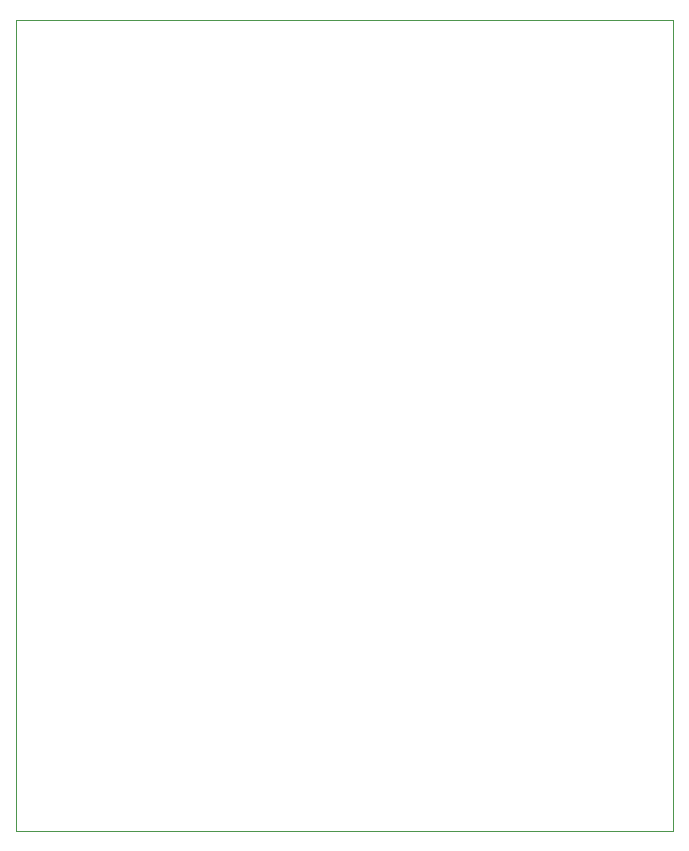
<source format=gbp>
G75*
%MOIN*%
%OFA0B0*%
%FSLAX25Y25*%
%IPPOS*%
%LPD*%
%AMOC8*
5,1,8,0,0,1.08239X$1,22.5*
%
%ADD10C,0.00000*%
D10*
X0011800Y0016800D02*
X0011800Y0287076D01*
X0230501Y0287076D01*
X0230501Y0016800D01*
X0011800Y0016800D01*
M02*

</source>
